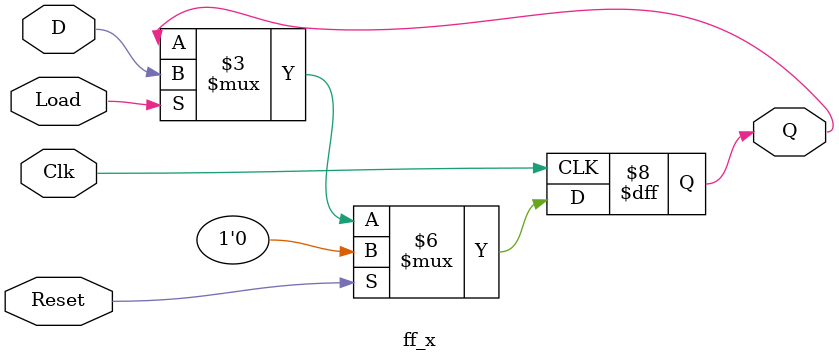
<source format=sv>
module ff_x (input logic Clk, Load, Reset, D,
				 output logic Q
);
	always_ff @ (posedge Clk)
	begin
			if (Reset)
				Q <= 1'b0;
			else
				if (Load)
					Q <= D;
				else
					Q <= Q;
	end
endmodule

</source>
